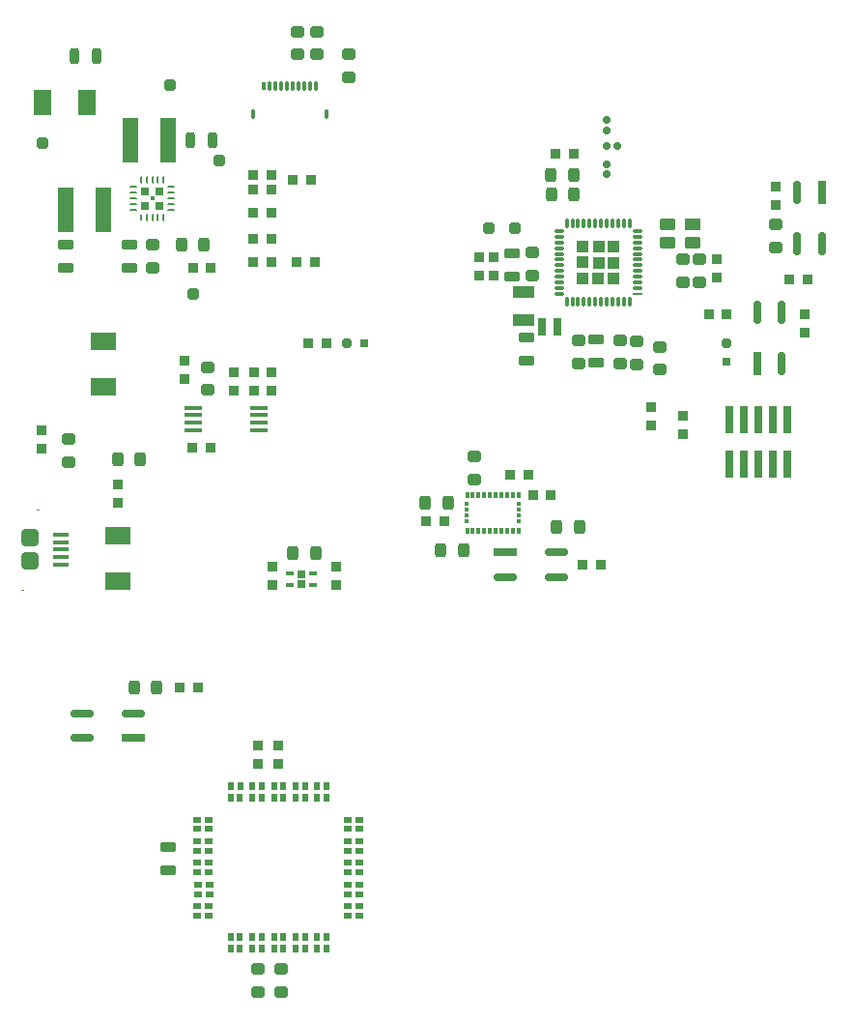
<source format=gtp>
G04*
G04 #@! TF.GenerationSoftware,Altium Limited,Altium Designer,22.9.1 (49)*
G04*
G04 Layer_Color=8421504*
%FSLAX44Y44*%
%MOMM*%
G71*
G04*
G04 #@! TF.SameCoordinates,0914E3C7-33D6-4C2E-B1A8-6EB065383EFC*
G04*
G04*
G04 #@! TF.FilePolarity,Positive*
G04*
G01*
G75*
%ADD24C,0.0001*%
%ADD25R,1.1000X0.9750*%
%ADD26R,0.8000X0.8000*%
%ADD27R,0.8000X0.8000*%
%ADD28R,0.8000X0.8000*%
%ADD29R,0.4318X0.4318*%
%ADD30R,0.7000X0.7250*%
%ADD31R,0.5800X0.7190*%
%ADD32R,0.7190X0.5800*%
G04:AMPARAMS|DCode=33|XSize=0.4mm|YSize=1.35mm|CornerRadius=0.1mm|HoleSize=0mm|Usage=FLASHONLY|Rotation=270.000|XOffset=0mm|YOffset=0mm|HoleType=Round|Shape=RoundedRectangle|*
%AMROUNDEDRECTD33*
21,1,0.4000,1.1500,0,0,270.0*
21,1,0.2000,1.3500,0,0,270.0*
1,1,0.2000,-0.5750,-0.1000*
1,1,0.2000,-0.5750,0.1000*
1,1,0.2000,0.5750,0.1000*
1,1,0.2000,0.5750,-0.1000*
%
%ADD33ROUNDEDRECTD33*%
G04:AMPARAMS|DCode=34|XSize=1.5mm|YSize=1.55mm|CornerRadius=0.375mm|HoleSize=0mm|Usage=FLASHONLY|Rotation=270.000|XOffset=0mm|YOffset=0mm|HoleType=Round|Shape=RoundedRectangle|*
%AMROUNDEDRECTD34*
21,1,1.5000,0.8000,0,0,270.0*
21,1,0.7500,1.5500,0,0,270.0*
1,1,0.7500,-0.4000,-0.3750*
1,1,0.7500,-0.4000,0.3750*
1,1,0.7500,0.4000,0.3750*
1,1,0.7500,0.4000,-0.3750*
%
%ADD34ROUNDEDRECTD34*%
G04:AMPARAMS|DCode=35|XSize=1.2mm|YSize=1mm|CornerRadius=0.25mm|HoleSize=0mm|Usage=FLASHONLY|Rotation=180.000|XOffset=0mm|YOffset=0mm|HoleType=Round|Shape=RoundedRectangle|*
%AMROUNDEDRECTD35*
21,1,1.2000,0.5000,0,0,180.0*
21,1,0.7000,1.0000,0,0,180.0*
1,1,0.5000,-0.3500,0.2500*
1,1,0.5000,0.3500,0.2500*
1,1,0.5000,0.3500,-0.2500*
1,1,0.5000,-0.3500,-0.2500*
%
%ADD35ROUNDEDRECTD35*%
G04:AMPARAMS|DCode=36|XSize=0.4mm|YSize=0.8mm|CornerRadius=0.1mm|HoleSize=0mm|Usage=FLASHONLY|Rotation=0.000|XOffset=0mm|YOffset=0mm|HoleType=Round|Shape=RoundedRectangle|*
%AMROUNDEDRECTD36*
21,1,0.4000,0.6000,0,0,0.0*
21,1,0.2000,0.8000,0,0,0.0*
1,1,0.2000,0.1000,-0.3000*
1,1,0.2000,-0.1000,-0.3000*
1,1,0.2000,-0.1000,0.3000*
1,1,0.2000,0.1000,0.3000*
%
%ADD36ROUNDEDRECTD36*%
G04:AMPARAMS|DCode=37|XSize=0.3mm|YSize=0.8mm|CornerRadius=0.075mm|HoleSize=0mm|Usage=FLASHONLY|Rotation=0.000|XOffset=0mm|YOffset=0mm|HoleType=Round|Shape=RoundedRectangle|*
%AMROUNDEDRECTD37*
21,1,0.3000,0.6500,0,0,0.0*
21,1,0.1500,0.8000,0,0,0.0*
1,1,0.1500,0.0750,-0.3250*
1,1,0.1500,-0.0750,-0.3250*
1,1,0.1500,-0.0750,0.3250*
1,1,0.1500,0.0750,0.3250*
%
%ADD37ROUNDEDRECTD37*%
%ADD38R,0.3000X0.8000*%
G04:AMPARAMS|DCode=39|XSize=1.4mm|YSize=0.8mm|CornerRadius=0.2mm|HoleSize=0mm|Usage=FLASHONLY|Rotation=0.000|XOffset=0mm|YOffset=0mm|HoleType=Round|Shape=RoundedRectangle|*
%AMROUNDEDRECTD39*
21,1,1.4000,0.4000,0,0,0.0*
21,1,1.0000,0.8000,0,0,0.0*
1,1,0.4000,0.5000,-0.2000*
1,1,0.4000,-0.5000,-0.2000*
1,1,0.4000,-0.5000,0.2000*
1,1,0.4000,0.5000,0.2000*
%
%ADD39ROUNDEDRECTD39*%
G04:AMPARAMS|DCode=40|XSize=0.9mm|YSize=0.9mm|CornerRadius=0.225mm|HoleSize=0mm|Usage=FLASHONLY|Rotation=180.000|XOffset=0mm|YOffset=0mm|HoleType=Round|Shape=RoundedRectangle|*
%AMROUNDEDRECTD40*
21,1,0.9000,0.4500,0,0,180.0*
21,1,0.4500,0.9000,0,0,180.0*
1,1,0.4500,-0.2250,0.2250*
1,1,0.4500,0.2250,0.2250*
1,1,0.4500,0.2250,-0.2250*
1,1,0.4500,-0.2250,-0.2250*
%
%ADD40ROUNDEDRECTD40*%
G04:AMPARAMS|DCode=41|XSize=0.26mm|YSize=0.86mm|CornerRadius=0.065mm|HoleSize=0mm|Usage=FLASHONLY|Rotation=180.000|XOffset=0mm|YOffset=0mm|HoleType=Round|Shape=RoundedRectangle|*
%AMROUNDEDRECTD41*
21,1,0.2600,0.7300,0,0,180.0*
21,1,0.1300,0.8600,0,0,180.0*
1,1,0.1300,-0.0650,0.3650*
1,1,0.1300,0.0650,0.3650*
1,1,0.1300,0.0650,-0.3650*
1,1,0.1300,-0.0650,-0.3650*
%
%ADD41ROUNDEDRECTD41*%
G04:AMPARAMS|DCode=42|XSize=0.26mm|YSize=0.86mm|CornerRadius=0.065mm|HoleSize=0mm|Usage=FLASHONLY|Rotation=270.000|XOffset=0mm|YOffset=0mm|HoleType=Round|Shape=RoundedRectangle|*
%AMROUNDEDRECTD42*
21,1,0.2600,0.7300,0,0,270.0*
21,1,0.1300,0.8600,0,0,270.0*
1,1,0.1300,-0.3650,-0.0650*
1,1,0.1300,-0.3650,0.0650*
1,1,0.1300,0.3650,0.0650*
1,1,0.1300,0.3650,-0.0650*
%
%ADD42ROUNDEDRECTD42*%
%ADD43R,0.8600X0.2600*%
%ADD44R,0.0500X0.0500*%
G04:AMPARAMS|DCode=45|XSize=0.24mm|YSize=0.6mm|CornerRadius=0.06mm|HoleSize=0mm|Usage=FLASHONLY|Rotation=90.000|XOffset=0mm|YOffset=0mm|HoleType=Round|Shape=RoundedRectangle|*
%AMROUNDEDRECTD45*
21,1,0.2400,0.4800,0,0,90.0*
21,1,0.1200,0.6000,0,0,90.0*
1,1,0.1200,0.2400,0.0600*
1,1,0.1200,0.2400,-0.0600*
1,1,0.1200,-0.2400,-0.0600*
1,1,0.1200,-0.2400,0.0600*
%
%ADD45ROUNDEDRECTD45*%
G04:AMPARAMS|DCode=46|XSize=0.24mm|YSize=0.6mm|CornerRadius=0.06mm|HoleSize=0mm|Usage=FLASHONLY|Rotation=180.000|XOffset=0mm|YOffset=0mm|HoleType=Round|Shape=RoundedRectangle|*
%AMROUNDEDRECTD46*
21,1,0.2400,0.4800,0,0,180.0*
21,1,0.1200,0.6000,0,0,180.0*
1,1,0.1200,-0.0600,0.2400*
1,1,0.1200,0.0600,0.2400*
1,1,0.1200,0.0600,-0.2400*
1,1,0.1200,-0.0600,-0.2400*
%
%ADD46ROUNDEDRECTD46*%
%ADD47R,0.2400X0.6000*%
G04:AMPARAMS|DCode=48|XSize=1.016mm|YSize=1.016mm|CornerRadius=0.254mm|HoleSize=0mm|Usage=FLASHONLY|Rotation=0.000|XOffset=0mm|YOffset=0mm|HoleType=Round|Shape=RoundedRectangle|*
%AMROUNDEDRECTD48*
21,1,1.0160,0.5080,0,0,0.0*
21,1,0.5080,1.0160,0,0,0.0*
1,1,0.5080,0.2540,-0.2540*
1,1,0.5080,-0.2540,-0.2540*
1,1,0.5080,-0.2540,0.2540*
1,1,0.5080,0.2540,0.2540*
%
%ADD48ROUNDEDRECTD48*%
G04:AMPARAMS|DCode=49|XSize=2mm|YSize=0.7mm|CornerRadius=0.175mm|HoleSize=0mm|Usage=FLASHONLY|Rotation=90.000|XOffset=0mm|YOffset=0mm|HoleType=Round|Shape=RoundedRectangle|*
%AMROUNDEDRECTD49*
21,1,2.0000,0.3500,0,0,90.0*
21,1,1.6500,0.7000,0,0,90.0*
1,1,0.3500,0.1750,0.8250*
1,1,0.3500,0.1750,-0.8250*
1,1,0.3500,-0.1750,-0.8250*
1,1,0.3500,-0.1750,0.8250*
%
%ADD49ROUNDEDRECTD49*%
%ADD50R,0.7000X2.0000*%
%ADD51R,1.9000X1.1000*%
G04:AMPARAMS|DCode=52|XSize=0.9mm|YSize=0.9mm|CornerRadius=0.225mm|HoleSize=0mm|Usage=FLASHONLY|Rotation=90.000|XOffset=0mm|YOffset=0mm|HoleType=Round|Shape=RoundedRectangle|*
%AMROUNDEDRECTD52*
21,1,0.9000,0.4500,0,0,90.0*
21,1,0.4500,0.9000,0,0,90.0*
1,1,0.4500,0.2250,0.2250*
1,1,0.4500,0.2250,-0.2250*
1,1,0.4500,-0.2250,-0.2250*
1,1,0.4500,-0.2250,0.2250*
%
%ADD52ROUNDEDRECTD52*%
G04:AMPARAMS|DCode=53|XSize=0.8mm|YSize=0.8mm|CornerRadius=0.2mm|HoleSize=0mm|Usage=FLASHONLY|Rotation=180.000|XOffset=0mm|YOffset=0mm|HoleType=Round|Shape=RoundedRectangle|*
%AMROUNDEDRECTD53*
21,1,0.8000,0.4000,0,0,180.0*
21,1,0.4000,0.8000,0,0,180.0*
1,1,0.4000,-0.2000,0.2000*
1,1,0.4000,0.2000,0.2000*
1,1,0.4000,0.2000,-0.2000*
1,1,0.4000,-0.2000,-0.2000*
%
%ADD53ROUNDEDRECTD53*%
G04:AMPARAMS|DCode=54|XSize=0.76mm|YSize=2.4mm|CornerRadius=0.19mm|HoleSize=0mm|Usage=FLASHONLY|Rotation=0.000|XOffset=0mm|YOffset=0mm|HoleType=Round|Shape=RoundedRectangle|*
%AMROUNDEDRECTD54*
21,1,0.7600,2.0200,0,0,0.0*
21,1,0.3800,2.4000,0,0,0.0*
1,1,0.3800,0.1900,-1.0100*
1,1,0.3800,-0.1900,-1.0100*
1,1,0.3800,-0.1900,1.0100*
1,1,0.3800,0.1900,1.0100*
%
%ADD54ROUNDEDRECTD54*%
%ADD55R,0.7600X2.4000*%
G04:AMPARAMS|DCode=56|XSize=1.4mm|YSize=0.8mm|CornerRadius=0.2mm|HoleSize=0mm|Usage=FLASHONLY|Rotation=270.000|XOffset=0mm|YOffset=0mm|HoleType=Round|Shape=RoundedRectangle|*
%AMROUNDEDRECTD56*
21,1,1.4000,0.4000,0,0,270.0*
21,1,1.0000,0.8000,0,0,270.0*
1,1,0.4000,-0.2000,-0.5000*
1,1,0.4000,-0.2000,0.5000*
1,1,0.4000,0.2000,0.5000*
1,1,0.4000,0.2000,-0.5000*
%
%ADD56ROUNDEDRECTD56*%
G04:AMPARAMS|DCode=57|XSize=0.62mm|YSize=0.66mm|CornerRadius=0.155mm|HoleSize=0mm|Usage=FLASHONLY|Rotation=180.000|XOffset=0mm|YOffset=0mm|HoleType=Round|Shape=RoundedRectangle|*
%AMROUNDEDRECTD57*
21,1,0.6200,0.3500,0,0,180.0*
21,1,0.3100,0.6600,0,0,180.0*
1,1,0.3100,-0.1550,0.1750*
1,1,0.3100,0.1550,0.1750*
1,1,0.3100,0.1550,-0.1750*
1,1,0.3100,-0.1550,-0.1750*
%
%ADD57ROUNDEDRECTD57*%
G04:AMPARAMS|DCode=58|XSize=0.62mm|YSize=0.66mm|CornerRadius=0.155mm|HoleSize=0mm|Usage=FLASHONLY|Rotation=90.000|XOffset=0mm|YOffset=0mm|HoleType=Round|Shape=RoundedRectangle|*
%AMROUNDEDRECTD58*
21,1,0.6200,0.3500,0,0,90.0*
21,1,0.3100,0.6600,0,0,90.0*
1,1,0.3100,0.1750,0.1550*
1,1,0.3100,0.1750,-0.1550*
1,1,0.3100,-0.1750,-0.1550*
1,1,0.3100,-0.1750,0.1550*
%
%ADD58ROUNDEDRECTD58*%
G04:AMPARAMS|DCode=59|XSize=1.2mm|YSize=1mm|CornerRadius=0.25mm|HoleSize=0mm|Usage=FLASHONLY|Rotation=270.000|XOffset=0mm|YOffset=0mm|HoleType=Round|Shape=RoundedRectangle|*
%AMROUNDEDRECTD59*
21,1,1.2000,0.5000,0,0,270.0*
21,1,0.7000,1.0000,0,0,270.0*
1,1,0.5000,-0.2500,-0.3500*
1,1,0.5000,-0.2500,0.3500*
1,1,0.5000,0.2500,0.3500*
1,1,0.5000,0.2500,-0.3500*
%
%ADD59ROUNDEDRECTD59*%
%ADD60R,1.4500X3.8900*%
G04:AMPARAMS|DCode=61|XSize=1.57mm|YSize=0.41mm|CornerRadius=0.0513mm|HoleSize=0mm|Usage=FLASHONLY|Rotation=180.000|XOffset=0mm|YOffset=0mm|HoleType=Round|Shape=RoundedRectangle|*
%AMROUNDEDRECTD61*
21,1,1.5700,0.3075,0,0,180.0*
21,1,1.4675,0.4100,0,0,180.0*
1,1,0.1025,-0.7338,0.1538*
1,1,0.1025,0.7338,0.1538*
1,1,0.1025,0.7338,-0.1538*
1,1,0.1025,-0.7338,-0.1538*
%
%ADD61ROUNDEDRECTD61*%
%ADD62R,1.5700X0.4100*%
G04:AMPARAMS|DCode=63|XSize=1.4mm|YSize=1.1mm|CornerRadius=0.275mm|HoleSize=0mm|Usage=FLASHONLY|Rotation=0.000|XOffset=0mm|YOffset=0mm|HoleType=Round|Shape=RoundedRectangle|*
%AMROUNDEDRECTD63*
21,1,1.4000,0.5500,0,0,0.0*
21,1,0.8500,1.1000,0,0,0.0*
1,1,0.5500,0.4250,-0.2750*
1,1,0.5500,-0.4250,-0.2750*
1,1,0.5500,-0.4250,0.2750*
1,1,0.5500,0.4250,0.2750*
%
%ADD63ROUNDEDRECTD63*%
%ADD64R,1.4000X1.1000*%
%ADD65R,0.6500X1.6000*%
%ADD66R,0.7500X0.3500*%
G04:AMPARAMS|DCode=67|XSize=0.35mm|YSize=0.75mm|CornerRadius=0.0875mm|HoleSize=0mm|Usage=FLASHONLY|Rotation=90.000|XOffset=0mm|YOffset=0mm|HoleType=Round|Shape=RoundedRectangle|*
%AMROUNDEDRECTD67*
21,1,0.3500,0.5750,0,0,90.0*
21,1,0.1750,0.7500,0,0,90.0*
1,1,0.1750,0.2875,0.0875*
1,1,0.1750,0.2875,-0.0875*
1,1,0.1750,-0.2875,-0.0875*
1,1,0.1750,-0.2875,0.0875*
%
%ADD67ROUNDEDRECTD67*%
G04:AMPARAMS|DCode=68|XSize=2mm|YSize=0.7mm|CornerRadius=0.175mm|HoleSize=0mm|Usage=FLASHONLY|Rotation=0.000|XOffset=0mm|YOffset=0mm|HoleType=Round|Shape=RoundedRectangle|*
%AMROUNDEDRECTD68*
21,1,2.0000,0.3500,0,0,0.0*
21,1,1.6500,0.7000,0,0,0.0*
1,1,0.3500,0.8250,-0.1750*
1,1,0.3500,-0.8250,-0.1750*
1,1,0.3500,-0.8250,0.1750*
1,1,0.3500,0.8250,0.1750*
%
%ADD68ROUNDEDRECTD68*%
%ADD69R,2.0000X0.7000*%
%ADD70R,1.5000X2.2000*%
%ADD71R,2.2000X1.5000*%
G04:AMPARAMS|DCode=72|XSize=0.8mm|YSize=0.8mm|CornerRadius=0.2mm|HoleSize=0mm|Usage=FLASHONLY|Rotation=270.000|XOffset=0mm|YOffset=0mm|HoleType=Round|Shape=RoundedRectangle|*
%AMROUNDEDRECTD72*
21,1,0.8000,0.4000,0,0,270.0*
21,1,0.4000,0.8000,0,0,270.0*
1,1,0.4000,-0.2000,-0.2000*
1,1,0.4000,-0.2000,0.2000*
1,1,0.4000,0.2000,0.2000*
1,1,0.4000,0.2000,-0.2000*
%
%ADD72ROUNDEDRECTD72*%
%ADD73R,0.8000X0.8000*%
%ADD74R,0.3000X0.5250*%
%ADD75R,0.4250X0.3000*%
D24*
X20986Y538014D02*
X22686D01*
X7286Y468014D02*
X8986D01*
D25*
X513385Y768010D02*
D03*
X513115Y753990D02*
D03*
X513000Y740625D02*
D03*
X499050Y740565D02*
D03*
X499320Y754586D02*
D03*
X499435Y767950D02*
D03*
X526385Y768010D02*
D03*
X526115Y753990D02*
D03*
X526000Y740625D02*
D03*
D26*
X128168Y803990D02*
D03*
D27*
X115670Y804010D02*
D03*
X128170Y816510D02*
D03*
X624840Y667640D02*
D03*
D28*
X115670Y816510D02*
D03*
D29*
X122009Y810149D02*
D03*
D30*
X252660Y481431D02*
D03*
X252661Y472681D02*
D03*
D31*
X236992Y295451D02*
D03*
X228622Y295411D02*
D03*
X236952Y285271D02*
D03*
X228652D02*
D03*
X274962Y295451D02*
D03*
X266592Y295411D02*
D03*
X274922Y285271D02*
D03*
X266622D02*
D03*
X236992Y163471D02*
D03*
X228622Y163431D02*
D03*
X236952Y153291D02*
D03*
X228652D02*
D03*
X198892Y163471D02*
D03*
X190522Y163431D02*
D03*
X198852Y153291D02*
D03*
X190552D02*
D03*
X209602D02*
D03*
X217902D02*
D03*
X209572Y163431D02*
D03*
X217942Y163471D02*
D03*
X247662Y153291D02*
D03*
X255962D02*
D03*
X247632Y163431D02*
D03*
X256002Y163471D02*
D03*
X266622Y153291D02*
D03*
X274922D02*
D03*
X266592Y163431D02*
D03*
X274962Y163471D02*
D03*
X247662Y285271D02*
D03*
X255962D02*
D03*
X247632Y295411D02*
D03*
X256002Y295451D02*
D03*
X209602Y285271D02*
D03*
X217902D02*
D03*
X209572Y295411D02*
D03*
X217942Y295451D02*
D03*
X190642Y285311D02*
D03*
X198942D02*
D03*
X190612Y295451D02*
D03*
X198982Y295491D02*
D03*
D32*
X161637Y266466D02*
D03*
Y258166D02*
D03*
X171777Y266496D02*
D03*
X171817Y258126D02*
D03*
X161637Y228506D02*
D03*
Y220206D02*
D03*
X171777Y228536D02*
D03*
X171817Y220166D02*
D03*
X161637Y190446D02*
D03*
Y182146D02*
D03*
X171777Y190476D02*
D03*
X171817Y182106D02*
D03*
X293687Y266476D02*
D03*
Y258176D02*
D03*
X303827Y266506D02*
D03*
X303867Y258136D02*
D03*
X303777Y239176D02*
D03*
X303737Y247546D02*
D03*
X293597Y239216D02*
D03*
Y247516D02*
D03*
X303867Y182156D02*
D03*
X303827Y190526D02*
D03*
X293687Y182196D02*
D03*
Y190496D02*
D03*
X293617Y209496D02*
D03*
Y201196D02*
D03*
X303757Y209526D02*
D03*
X303797Y201156D02*
D03*
X293687Y228556D02*
D03*
Y220256D02*
D03*
X303827Y228586D02*
D03*
X303867Y220216D02*
D03*
X171908Y201206D02*
D03*
X171867Y209576D02*
D03*
X161727Y201246D02*
D03*
Y209546D02*
D03*
X171857Y239076D02*
D03*
X171817Y247446D02*
D03*
X161677Y239116D02*
D03*
Y247416D02*
D03*
D33*
X41986Y516014D02*
D03*
Y509514D02*
D03*
Y503014D02*
D03*
Y496514D02*
D03*
Y490014D02*
D03*
D34*
X14986Y513014D02*
D03*
Y493014D02*
D03*
D35*
X294000Y936250D02*
D03*
Y916250D02*
D03*
X266000Y936500D02*
D03*
Y956500D02*
D03*
X249250Y936500D02*
D03*
Y956500D02*
D03*
X546500Y665250D02*
D03*
Y685250D02*
D03*
X586750Y737000D02*
D03*
Y757000D02*
D03*
X495300Y685640D02*
D03*
Y665640D02*
D03*
X403860Y584040D02*
D03*
Y564040D02*
D03*
X235272Y115476D02*
D03*
Y135476D02*
D03*
X214952Y115316D02*
D03*
Y135316D02*
D03*
X121920Y749460D02*
D03*
Y769460D02*
D03*
X48260Y599280D02*
D03*
Y579280D02*
D03*
X170180Y642620D02*
D03*
Y662620D02*
D03*
X601750Y757000D02*
D03*
Y737000D02*
D03*
X532130Y685640D02*
D03*
Y665640D02*
D03*
X567250Y680500D02*
D03*
Y660500D02*
D03*
X454750Y743000D02*
D03*
Y763000D02*
D03*
X668020Y787240D02*
D03*
Y767240D02*
D03*
D36*
X275070Y884120D02*
D03*
X210070D02*
D03*
D37*
X265070Y909120D02*
D03*
X245070D02*
D03*
X250070D02*
D03*
X255070D02*
D03*
X260070D02*
D03*
X240070D02*
D03*
X225070D02*
D03*
X230070D02*
D03*
X235070D02*
D03*
D38*
X220070D02*
D03*
D39*
X437500Y742000D02*
D03*
Y762000D02*
D03*
X510540Y666640D02*
D03*
Y686640D02*
D03*
X136212Y221996D02*
D03*
Y241996D02*
D03*
X101600Y749460D02*
D03*
Y769460D02*
D03*
X45720D02*
D03*
Y749460D02*
D03*
X449580Y688180D02*
D03*
Y668180D02*
D03*
D40*
X408750Y758750D02*
D03*
Y742750D02*
D03*
X421500Y758750D02*
D03*
Y742750D02*
D03*
X693420Y709040D02*
D03*
Y693040D02*
D03*
X586740Y620140D02*
D03*
Y604140D02*
D03*
X558800Y627760D02*
D03*
Y611760D02*
D03*
X25146Y607314D02*
D03*
Y591314D02*
D03*
X227260Y487596D02*
D03*
Y471596D02*
D03*
X283140Y487596D02*
D03*
Y471596D02*
D03*
X668020Y804800D02*
D03*
Y820800D02*
D03*
X232732Y315436D02*
D03*
X232732Y331436D02*
D03*
X214952D02*
D03*
Y315436D02*
D03*
X149860Y668400D02*
D03*
Y652400D02*
D03*
X91440Y559560D02*
D03*
Y543560D02*
D03*
X210820Y658240D02*
D03*
Y642240D02*
D03*
X226060Y657860D02*
D03*
Y641860D02*
D03*
X193040Y658240D02*
D03*
Y642240D02*
D03*
X617000Y741500D02*
D03*
Y757500D02*
D03*
D41*
X540250Y719900D02*
D03*
X535250D02*
D03*
X530250D02*
D03*
X525250D02*
D03*
X520250D02*
D03*
X515250D02*
D03*
X510250D02*
D03*
X505250D02*
D03*
X500250D02*
D03*
X495250D02*
D03*
X490250D02*
D03*
X485250D02*
D03*
Y788600D02*
D03*
X490250D02*
D03*
X495250D02*
D03*
X500250D02*
D03*
X505250D02*
D03*
X510250D02*
D03*
X515250D02*
D03*
X520250D02*
D03*
X525250D02*
D03*
X530250D02*
D03*
X535250D02*
D03*
X540250D02*
D03*
D42*
X478400Y726750D02*
D03*
Y731750D02*
D03*
Y736750D02*
D03*
Y741750D02*
D03*
Y746750D02*
D03*
Y751750D02*
D03*
Y756750D02*
D03*
Y761750D02*
D03*
Y766750D02*
D03*
Y771750D02*
D03*
Y776750D02*
D03*
Y781750D02*
D03*
X547100D02*
D03*
Y776750D02*
D03*
Y771750D02*
D03*
Y766750D02*
D03*
Y761750D02*
D03*
Y756750D02*
D03*
Y751750D02*
D03*
Y746750D02*
D03*
Y741750D02*
D03*
Y736750D02*
D03*
Y731750D02*
D03*
D43*
Y726750D02*
D03*
D44*
X121920Y810260D02*
D03*
D45*
X105420Y800260D02*
D03*
Y805260D02*
D03*
Y810260D02*
D03*
Y815260D02*
D03*
Y820260D02*
D03*
X138420D02*
D03*
Y815260D02*
D03*
Y810260D02*
D03*
Y805260D02*
D03*
Y800260D02*
D03*
D46*
X111920Y826760D02*
D03*
X116920D02*
D03*
X121920D02*
D03*
X131920D02*
D03*
Y793760D02*
D03*
X126920D02*
D03*
X121920D02*
D03*
X116920D02*
D03*
X126920Y826760D02*
D03*
D47*
X111920Y793760D02*
D03*
D48*
X440000Y784250D02*
D03*
X417250Y784500D02*
D03*
X157480Y726440D02*
D03*
X25400Y858520D02*
D03*
X137160Y909320D02*
D03*
X180340Y843280D02*
D03*
D49*
X673690Y710840D02*
D03*
X652190D02*
D03*
X673690Y665840D02*
D03*
X687160Y770340D02*
D03*
X708660D02*
D03*
X687160Y815340D02*
D03*
D50*
X652190Y665840D02*
D03*
X708660Y815340D02*
D03*
D51*
X447040Y703780D02*
D03*
Y728780D02*
D03*
D52*
X625600Y708660D02*
D03*
X609600D02*
D03*
X695960Y739140D02*
D03*
X679960D02*
D03*
X491721Y849213D02*
D03*
X475721D02*
D03*
X173100Y591820D02*
D03*
X157100D02*
D03*
X455550Y550926D02*
D03*
X471550D02*
D03*
X514842Y489528D02*
D03*
X498842D02*
D03*
X361682Y527628D02*
D03*
X377682D02*
D03*
X451342Y568268D02*
D03*
X435342D02*
D03*
X258700Y683260D02*
D03*
X274700D02*
D03*
X261492Y826516D02*
D03*
X245492D02*
D03*
X226060Y817880D02*
D03*
X210060D02*
D03*
X210186Y831088D02*
D03*
X226186D02*
D03*
X264160Y754380D02*
D03*
X248160D02*
D03*
X210060D02*
D03*
X226060D02*
D03*
X173480Y749300D02*
D03*
X157480D02*
D03*
X210060Y774700D02*
D03*
X226060D02*
D03*
Y797560D02*
D03*
X210060D02*
D03*
X145992Y381856D02*
D03*
X161992D02*
D03*
D53*
X624840Y683640D02*
D03*
D54*
X678180Y616400D02*
D03*
Y577400D02*
D03*
X665480Y616400D02*
D03*
Y577400D02*
D03*
X652780Y616400D02*
D03*
Y577400D02*
D03*
X640080Y616400D02*
D03*
Y577400D02*
D03*
X627380Y616400D02*
D03*
D55*
Y577400D02*
D03*
D56*
X73500Y934720D02*
D03*
X53500D02*
D03*
X174940Y861060D02*
D03*
X154940D02*
D03*
D57*
X520618Y831260D02*
D03*
Y840060D02*
D03*
Y870040D02*
D03*
Y878840D02*
D03*
D58*
X529418Y855980D02*
D03*
X520618D02*
D03*
D59*
X471500Y830500D02*
D03*
X491500D02*
D03*
X471750Y814250D02*
D03*
X491750D02*
D03*
X245200Y499916D02*
D03*
X265200D02*
D03*
X361000Y543560D02*
D03*
X381000D02*
D03*
X167480Y769620D02*
D03*
X147480D02*
D03*
X111600Y581660D02*
D03*
X91600D02*
D03*
X496522Y522548D02*
D03*
X476522D02*
D03*
X105892Y381856D02*
D03*
X125892D02*
D03*
X394922Y502228D02*
D03*
X374922D02*
D03*
D60*
X135890Y861060D02*
D03*
X103090D02*
D03*
X79080Y800440D02*
D03*
X46280D02*
D03*
D61*
X157990Y607470D02*
D03*
Y613970D02*
D03*
Y620470D02*
D03*
Y626970D02*
D03*
X215390D02*
D03*
Y620470D02*
D03*
Y613970D02*
D03*
D62*
Y607470D02*
D03*
D63*
X595200Y771780D02*
D03*
X573200Y787780D02*
D03*
Y771780D02*
D03*
D64*
X595200Y787780D02*
D03*
D65*
X476899Y697771D02*
D03*
X463399D02*
D03*
D66*
X242810Y482056D02*
D03*
D67*
Y472056D02*
D03*
X262510Y482056D02*
D03*
Y472056D02*
D03*
D68*
X431002Y478778D02*
D03*
X476002Y500278D02*
D03*
Y478778D02*
D03*
X105372Y359586D02*
D03*
X60372Y338086D02*
D03*
Y359586D02*
D03*
D69*
X431002Y500278D02*
D03*
X105372Y338086D02*
D03*
D70*
X65000Y894080D02*
D03*
X25400D02*
D03*
D71*
X78740Y645680D02*
D03*
Y685280D02*
D03*
X91440Y475500D02*
D03*
Y515100D02*
D03*
D72*
X292100Y683260D02*
D03*
D73*
X308100D02*
D03*
D74*
X402982Y550873D02*
D03*
X407982D02*
D03*
X412982D02*
D03*
X417982D02*
D03*
X422982D02*
D03*
X427982D02*
D03*
X432982D02*
D03*
X437982D02*
D03*
X442982D02*
D03*
Y519623D02*
D03*
X437982D02*
D03*
X432982D02*
D03*
X427982D02*
D03*
X422982D02*
D03*
X417982D02*
D03*
X412982D02*
D03*
X407982D02*
D03*
X402982D02*
D03*
X397982D02*
D03*
Y550873D02*
D03*
D75*
X443607Y542748D02*
D03*
Y537748D02*
D03*
Y532748D02*
D03*
Y527748D02*
D03*
X397357D02*
D03*
Y532748D02*
D03*
Y537748D02*
D03*
Y542748D02*
D03*
M02*

</source>
